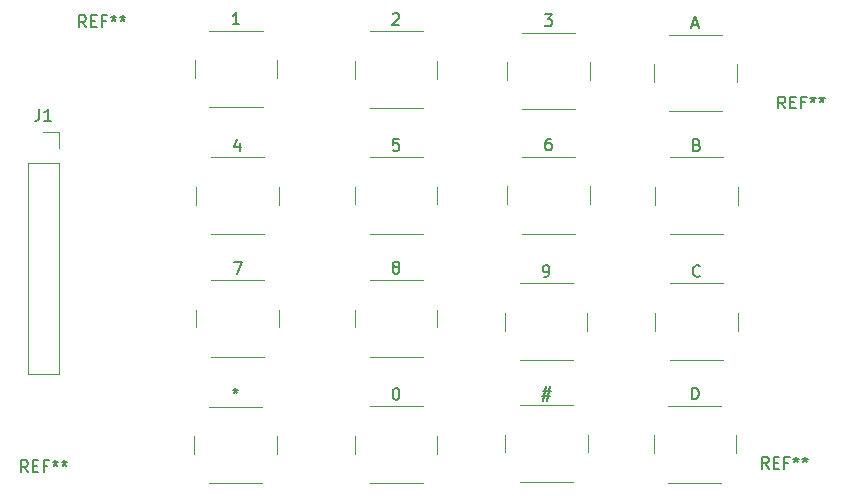
<source format=gbr>
%TF.GenerationSoftware,KiCad,Pcbnew,(5.1.6)-1*%
%TF.CreationDate,2020-07-27T17:31:04+02:00*%
%TF.ProjectId,16_buttons_keypad_board,31365f62-7574-4746-9f6e-735f6b657970,rev?*%
%TF.SameCoordinates,Original*%
%TF.FileFunction,Legend,Top*%
%TF.FilePolarity,Positive*%
%FSLAX46Y46*%
G04 Gerber Fmt 4.6, Leading zero omitted, Abs format (unit mm)*
G04 Created by KiCad (PCBNEW (5.1.6)-1) date 2020-07-27 17:31:04*
%MOMM*%
%LPD*%
G01*
G04 APERTURE LIST*
%ADD10C,0.120000*%
%ADD11C,0.150000*%
G04 APERTURE END LIST*
D10*
%TO.C,D*%
X168700000Y-105500000D02*
X173200000Y-105500000D01*
X167450000Y-101500000D02*
X167450000Y-103000000D01*
X173200000Y-99000000D02*
X168700000Y-99000000D01*
X174450000Y-103000000D02*
X174450000Y-101500000D01*
%TO.C,C*%
X168825000Y-95125000D02*
X173325000Y-95125000D01*
X167575000Y-91125000D02*
X167575000Y-92625000D01*
X173325000Y-88625000D02*
X168825000Y-88625000D01*
X174575000Y-92625000D02*
X174575000Y-91125000D01*
%TO.C,B*%
X168825000Y-84475000D02*
X173325000Y-84475000D01*
X167575000Y-80475000D02*
X167575000Y-81975000D01*
X173325000Y-77975000D02*
X168825000Y-77975000D01*
X174575000Y-81975000D02*
X174575000Y-80475000D01*
%TO.C,A*%
X168725000Y-74075000D02*
X173225000Y-74075000D01*
X167475000Y-70075000D02*
X167475000Y-71575000D01*
X173225000Y-67575000D02*
X168725000Y-67575000D01*
X174475000Y-71575000D02*
X174475000Y-70075000D01*
%TO.C,#*%
X156150000Y-105450000D02*
X160650000Y-105450000D01*
X154900000Y-101450000D02*
X154900000Y-102950000D01*
X160650000Y-98950000D02*
X156150000Y-98950000D01*
X161900000Y-102950000D02*
X161900000Y-101450000D01*
%TO.C,9*%
X156100000Y-95125000D02*
X160600000Y-95125000D01*
X154850000Y-91125000D02*
X154850000Y-92625000D01*
X160600000Y-88625000D02*
X156100000Y-88625000D01*
X161850000Y-92625000D02*
X161850000Y-91125000D01*
%TO.C,6*%
X156300000Y-84425000D02*
X160800000Y-84425000D01*
X155050000Y-80425000D02*
X155050000Y-81925000D01*
X160800000Y-77925000D02*
X156300000Y-77925000D01*
X162050000Y-81925000D02*
X162050000Y-80425000D01*
%TO.C,3*%
X156300000Y-73900000D02*
X160800000Y-73900000D01*
X155050000Y-69900000D02*
X155050000Y-71400000D01*
X160800000Y-67400000D02*
X156300000Y-67400000D01*
X162050000Y-71400000D02*
X162050000Y-69900000D01*
%TO.C,0*%
X143400000Y-105550000D02*
X147900000Y-105550000D01*
X142150000Y-101550000D02*
X142150000Y-103050000D01*
X147900000Y-99050000D02*
X143400000Y-99050000D01*
X149150000Y-103050000D02*
X149150000Y-101550000D01*
%TO.C,8*%
X143400000Y-94850000D02*
X147900000Y-94850000D01*
X142150000Y-90850000D02*
X142150000Y-92350000D01*
X147900000Y-88350000D02*
X143400000Y-88350000D01*
X149150000Y-92350000D02*
X149150000Y-90850000D01*
%TO.C,5*%
X143400000Y-84450000D02*
X147900000Y-84450000D01*
X142150000Y-80450000D02*
X142150000Y-81950000D01*
X147900000Y-77950000D02*
X143400000Y-77950000D01*
X149150000Y-81950000D02*
X149150000Y-80450000D01*
%TO.C,2*%
X143400000Y-73800000D02*
X147900000Y-73800000D01*
X142150000Y-69800000D02*
X142150000Y-71300000D01*
X147900000Y-67300000D02*
X143400000Y-67300000D01*
X149150000Y-71300000D02*
X149150000Y-69800000D01*
%TO.C,\u002A*%
X129800000Y-105575000D02*
X134300000Y-105575000D01*
X128550000Y-101575000D02*
X128550000Y-103075000D01*
X134300000Y-99075000D02*
X129800000Y-99075000D01*
X135550000Y-103075000D02*
X135550000Y-101575000D01*
%TO.C,7*%
X130000000Y-94850000D02*
X134500000Y-94850000D01*
X128750000Y-90850000D02*
X128750000Y-92350000D01*
X134500000Y-88350000D02*
X130000000Y-88350000D01*
X135750000Y-92350000D02*
X135750000Y-90850000D01*
%TO.C,4*%
X129975000Y-84475000D02*
X134475000Y-84475000D01*
X128725000Y-80475000D02*
X128725000Y-81975000D01*
X134475000Y-77975000D02*
X129975000Y-77975000D01*
X135725000Y-81975000D02*
X135725000Y-80475000D01*
%TO.C,1*%
X129850000Y-73725000D02*
X134350000Y-73725000D01*
X128600000Y-69725000D02*
X128600000Y-71225000D01*
X134350000Y-67225000D02*
X129850000Y-67225000D01*
X135600000Y-71225000D02*
X135600000Y-69725000D01*
%TO.C,J1*%
X114445000Y-78445000D02*
X117105000Y-78445000D01*
X114445000Y-78445000D02*
X114445000Y-96285000D01*
X114445000Y-96285000D02*
X117105000Y-96285000D01*
X117105000Y-78445000D02*
X117105000Y-96285000D01*
X117105000Y-75845000D02*
X117105000Y-77175000D01*
X115775000Y-75845000D02*
X117105000Y-75845000D01*
%TO.C,REF\u002A\u002A*%
D11*
X114466666Y-104627380D02*
X114133333Y-104151190D01*
X113895238Y-104627380D02*
X113895238Y-103627380D01*
X114276190Y-103627380D01*
X114371428Y-103675000D01*
X114419047Y-103722619D01*
X114466666Y-103817857D01*
X114466666Y-103960714D01*
X114419047Y-104055952D01*
X114371428Y-104103571D01*
X114276190Y-104151190D01*
X113895238Y-104151190D01*
X114895238Y-104103571D02*
X115228571Y-104103571D01*
X115371428Y-104627380D02*
X114895238Y-104627380D01*
X114895238Y-103627380D01*
X115371428Y-103627380D01*
X116133333Y-104103571D02*
X115800000Y-104103571D01*
X115800000Y-104627380D02*
X115800000Y-103627380D01*
X116276190Y-103627380D01*
X116800000Y-103627380D02*
X116800000Y-103865476D01*
X116561904Y-103770238D02*
X116800000Y-103865476D01*
X117038095Y-103770238D01*
X116657142Y-104055952D02*
X116800000Y-103865476D01*
X116942857Y-104055952D01*
X117561904Y-103627380D02*
X117561904Y-103865476D01*
X117323809Y-103770238D02*
X117561904Y-103865476D01*
X117800000Y-103770238D01*
X117419047Y-104055952D02*
X117561904Y-103865476D01*
X117704761Y-104055952D01*
X119391666Y-66952380D02*
X119058333Y-66476190D01*
X118820238Y-66952380D02*
X118820238Y-65952380D01*
X119201190Y-65952380D01*
X119296428Y-66000000D01*
X119344047Y-66047619D01*
X119391666Y-66142857D01*
X119391666Y-66285714D01*
X119344047Y-66380952D01*
X119296428Y-66428571D01*
X119201190Y-66476190D01*
X118820238Y-66476190D01*
X119820238Y-66428571D02*
X120153571Y-66428571D01*
X120296428Y-66952380D02*
X119820238Y-66952380D01*
X119820238Y-65952380D01*
X120296428Y-65952380D01*
X121058333Y-66428571D02*
X120725000Y-66428571D01*
X120725000Y-66952380D02*
X120725000Y-65952380D01*
X121201190Y-65952380D01*
X121725000Y-65952380D02*
X121725000Y-66190476D01*
X121486904Y-66095238D02*
X121725000Y-66190476D01*
X121963095Y-66095238D01*
X121582142Y-66380952D02*
X121725000Y-66190476D01*
X121867857Y-66380952D01*
X122486904Y-65952380D02*
X122486904Y-66190476D01*
X122248809Y-66095238D02*
X122486904Y-66190476D01*
X122725000Y-66095238D01*
X122344047Y-66380952D02*
X122486904Y-66190476D01*
X122629761Y-66380952D01*
X178591666Y-73827380D02*
X178258333Y-73351190D01*
X178020238Y-73827380D02*
X178020238Y-72827380D01*
X178401190Y-72827380D01*
X178496428Y-72875000D01*
X178544047Y-72922619D01*
X178591666Y-73017857D01*
X178591666Y-73160714D01*
X178544047Y-73255952D01*
X178496428Y-73303571D01*
X178401190Y-73351190D01*
X178020238Y-73351190D01*
X179020238Y-73303571D02*
X179353571Y-73303571D01*
X179496428Y-73827380D02*
X179020238Y-73827380D01*
X179020238Y-72827380D01*
X179496428Y-72827380D01*
X180258333Y-73303571D02*
X179925000Y-73303571D01*
X179925000Y-73827380D02*
X179925000Y-72827380D01*
X180401190Y-72827380D01*
X180925000Y-72827380D02*
X180925000Y-73065476D01*
X180686904Y-72970238D02*
X180925000Y-73065476D01*
X181163095Y-72970238D01*
X180782142Y-73255952D02*
X180925000Y-73065476D01*
X181067857Y-73255952D01*
X181686904Y-72827380D02*
X181686904Y-73065476D01*
X181448809Y-72970238D02*
X181686904Y-73065476D01*
X181925000Y-72970238D01*
X181544047Y-73255952D02*
X181686904Y-73065476D01*
X181829761Y-73255952D01*
X177191666Y-104327380D02*
X176858333Y-103851190D01*
X176620238Y-104327380D02*
X176620238Y-103327380D01*
X177001190Y-103327380D01*
X177096428Y-103375000D01*
X177144047Y-103422619D01*
X177191666Y-103517857D01*
X177191666Y-103660714D01*
X177144047Y-103755952D01*
X177096428Y-103803571D01*
X177001190Y-103851190D01*
X176620238Y-103851190D01*
X177620238Y-103803571D02*
X177953571Y-103803571D01*
X178096428Y-104327380D02*
X177620238Y-104327380D01*
X177620238Y-103327380D01*
X178096428Y-103327380D01*
X178858333Y-103803571D02*
X178525000Y-103803571D01*
X178525000Y-104327380D02*
X178525000Y-103327380D01*
X179001190Y-103327380D01*
X179525000Y-103327380D02*
X179525000Y-103565476D01*
X179286904Y-103470238D02*
X179525000Y-103565476D01*
X179763095Y-103470238D01*
X179382142Y-103755952D02*
X179525000Y-103565476D01*
X179667857Y-103755952D01*
X180286904Y-103327380D02*
X180286904Y-103565476D01*
X180048809Y-103470238D02*
X180286904Y-103565476D01*
X180525000Y-103470238D01*
X180144047Y-103755952D02*
X180286904Y-103565476D01*
X180429761Y-103755952D01*
%TO.C,D*%
X170688095Y-98452380D02*
X170688095Y-97452380D01*
X170926190Y-97452380D01*
X171069047Y-97500000D01*
X171164285Y-97595238D01*
X171211904Y-97690476D01*
X171259523Y-97880952D01*
X171259523Y-98023809D01*
X171211904Y-98214285D01*
X171164285Y-98309523D01*
X171069047Y-98404761D01*
X170926190Y-98452380D01*
X170688095Y-98452380D01*
%TO.C,C*%
X171384523Y-87982142D02*
X171336904Y-88029761D01*
X171194047Y-88077380D01*
X171098809Y-88077380D01*
X170955952Y-88029761D01*
X170860714Y-87934523D01*
X170813095Y-87839285D01*
X170765476Y-87648809D01*
X170765476Y-87505952D01*
X170813095Y-87315476D01*
X170860714Y-87220238D01*
X170955952Y-87125000D01*
X171098809Y-87077380D01*
X171194047Y-87077380D01*
X171336904Y-87125000D01*
X171384523Y-87172619D01*
%TO.C,B*%
X171146428Y-76903571D02*
X171289285Y-76951190D01*
X171336904Y-76998809D01*
X171384523Y-77094047D01*
X171384523Y-77236904D01*
X171336904Y-77332142D01*
X171289285Y-77379761D01*
X171194047Y-77427380D01*
X170813095Y-77427380D01*
X170813095Y-76427380D01*
X171146428Y-76427380D01*
X171241666Y-76475000D01*
X171289285Y-76522619D01*
X171336904Y-76617857D01*
X171336904Y-76713095D01*
X171289285Y-76808333D01*
X171241666Y-76855952D01*
X171146428Y-76903571D01*
X170813095Y-76903571D01*
%TO.C,A*%
X170736904Y-66741666D02*
X171213095Y-66741666D01*
X170641666Y-67027380D02*
X170975000Y-66027380D01*
X171308333Y-67027380D01*
%TO.C,#*%
X158090476Y-97735714D02*
X158804761Y-97735714D01*
X158376190Y-97307142D02*
X158090476Y-98592857D01*
X158709523Y-98164285D02*
X157995238Y-98164285D01*
X158423809Y-98592857D02*
X158709523Y-97307142D01*
%TO.C,9*%
X158159523Y-88077380D02*
X158350000Y-88077380D01*
X158445238Y-88029761D01*
X158492857Y-87982142D01*
X158588095Y-87839285D01*
X158635714Y-87648809D01*
X158635714Y-87267857D01*
X158588095Y-87172619D01*
X158540476Y-87125000D01*
X158445238Y-87077380D01*
X158254761Y-87077380D01*
X158159523Y-87125000D01*
X158111904Y-87172619D01*
X158064285Y-87267857D01*
X158064285Y-87505952D01*
X158111904Y-87601190D01*
X158159523Y-87648809D01*
X158254761Y-87696428D01*
X158445238Y-87696428D01*
X158540476Y-87648809D01*
X158588095Y-87601190D01*
X158635714Y-87505952D01*
%TO.C,6*%
X158740476Y-76377380D02*
X158550000Y-76377380D01*
X158454761Y-76425000D01*
X158407142Y-76472619D01*
X158311904Y-76615476D01*
X158264285Y-76805952D01*
X158264285Y-77186904D01*
X158311904Y-77282142D01*
X158359523Y-77329761D01*
X158454761Y-77377380D01*
X158645238Y-77377380D01*
X158740476Y-77329761D01*
X158788095Y-77282142D01*
X158835714Y-77186904D01*
X158835714Y-76948809D01*
X158788095Y-76853571D01*
X158740476Y-76805952D01*
X158645238Y-76758333D01*
X158454761Y-76758333D01*
X158359523Y-76805952D01*
X158311904Y-76853571D01*
X158264285Y-76948809D01*
%TO.C,3*%
X158216666Y-65852380D02*
X158835714Y-65852380D01*
X158502380Y-66233333D01*
X158645238Y-66233333D01*
X158740476Y-66280952D01*
X158788095Y-66328571D01*
X158835714Y-66423809D01*
X158835714Y-66661904D01*
X158788095Y-66757142D01*
X158740476Y-66804761D01*
X158645238Y-66852380D01*
X158359523Y-66852380D01*
X158264285Y-66804761D01*
X158216666Y-66757142D01*
%TO.C,0*%
X145602380Y-97502380D02*
X145697619Y-97502380D01*
X145792857Y-97550000D01*
X145840476Y-97597619D01*
X145888095Y-97692857D01*
X145935714Y-97883333D01*
X145935714Y-98121428D01*
X145888095Y-98311904D01*
X145840476Y-98407142D01*
X145792857Y-98454761D01*
X145697619Y-98502380D01*
X145602380Y-98502380D01*
X145507142Y-98454761D01*
X145459523Y-98407142D01*
X145411904Y-98311904D01*
X145364285Y-98121428D01*
X145364285Y-97883333D01*
X145411904Y-97692857D01*
X145459523Y-97597619D01*
X145507142Y-97550000D01*
X145602380Y-97502380D01*
%TO.C,8*%
X145554761Y-87230952D02*
X145459523Y-87183333D01*
X145411904Y-87135714D01*
X145364285Y-87040476D01*
X145364285Y-86992857D01*
X145411904Y-86897619D01*
X145459523Y-86850000D01*
X145554761Y-86802380D01*
X145745238Y-86802380D01*
X145840476Y-86850000D01*
X145888095Y-86897619D01*
X145935714Y-86992857D01*
X145935714Y-87040476D01*
X145888095Y-87135714D01*
X145840476Y-87183333D01*
X145745238Y-87230952D01*
X145554761Y-87230952D01*
X145459523Y-87278571D01*
X145411904Y-87326190D01*
X145364285Y-87421428D01*
X145364285Y-87611904D01*
X145411904Y-87707142D01*
X145459523Y-87754761D01*
X145554761Y-87802380D01*
X145745238Y-87802380D01*
X145840476Y-87754761D01*
X145888095Y-87707142D01*
X145935714Y-87611904D01*
X145935714Y-87421428D01*
X145888095Y-87326190D01*
X145840476Y-87278571D01*
X145745238Y-87230952D01*
%TO.C,5*%
X145888095Y-76402380D02*
X145411904Y-76402380D01*
X145364285Y-76878571D01*
X145411904Y-76830952D01*
X145507142Y-76783333D01*
X145745238Y-76783333D01*
X145840476Y-76830952D01*
X145888095Y-76878571D01*
X145935714Y-76973809D01*
X145935714Y-77211904D01*
X145888095Y-77307142D01*
X145840476Y-77354761D01*
X145745238Y-77402380D01*
X145507142Y-77402380D01*
X145411904Y-77354761D01*
X145364285Y-77307142D01*
%TO.C,2*%
X145364285Y-65847619D02*
X145411904Y-65800000D01*
X145507142Y-65752380D01*
X145745238Y-65752380D01*
X145840476Y-65800000D01*
X145888095Y-65847619D01*
X145935714Y-65942857D01*
X145935714Y-66038095D01*
X145888095Y-66180952D01*
X145316666Y-66752380D01*
X145935714Y-66752380D01*
%TO.C,\u002A*%
X132050000Y-97527380D02*
X132050000Y-97765476D01*
X131811904Y-97670238D02*
X132050000Y-97765476D01*
X132288095Y-97670238D01*
X131907142Y-97955952D02*
X132050000Y-97765476D01*
X132192857Y-97955952D01*
%TO.C,7*%
X131916666Y-86802380D02*
X132583333Y-86802380D01*
X132154761Y-87802380D01*
%TO.C,4*%
X132415476Y-76760714D02*
X132415476Y-77427380D01*
X132177380Y-76379761D02*
X131939285Y-77094047D01*
X132558333Y-77094047D01*
%TO.C,1*%
X132385714Y-66677380D02*
X131814285Y-66677380D01*
X132100000Y-66677380D02*
X132100000Y-65677380D01*
X132004761Y-65820238D01*
X131909523Y-65915476D01*
X131814285Y-65963095D01*
%TO.C,J1*%
X115441666Y-73857380D02*
X115441666Y-74571666D01*
X115394047Y-74714523D01*
X115298809Y-74809761D01*
X115155952Y-74857380D01*
X115060714Y-74857380D01*
X116441666Y-74857380D02*
X115870238Y-74857380D01*
X116155952Y-74857380D02*
X116155952Y-73857380D01*
X116060714Y-74000238D01*
X115965476Y-74095476D01*
X115870238Y-74143095D01*
%TD*%
M02*

</source>
